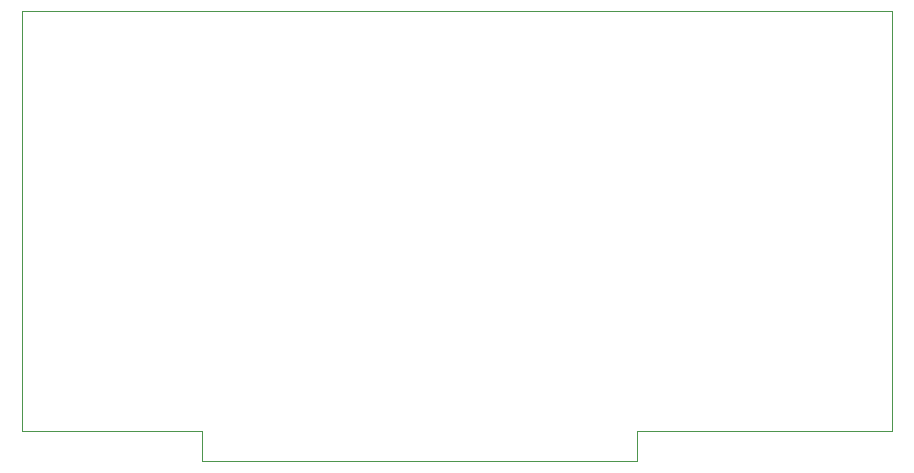
<source format=gbr>
%TF.GenerationSoftware,KiCad,Pcbnew,(5.1.6)-1*%
%TF.CreationDate,2020-07-21T19:36:40-05:00*%
%TF.ProjectId,AppleIIeCardYCable,4170706c-6549-4496-9543-617264594361,rev?*%
%TF.SameCoordinates,Original*%
%TF.FileFunction,Profile,NP*%
%FSLAX46Y46*%
G04 Gerber Fmt 4.6, Leading zero omitted, Abs format (unit mm)*
G04 Created by KiCad (PCBNEW (5.1.6)-1) date 2020-07-21 19:36:40*
%MOMM*%
%LPD*%
G01*
G04 APERTURE LIST*
%TA.AperFunction,Profile*%
%ADD10C,0.050000*%
%TD*%
G04 APERTURE END LIST*
D10*
X129540000Y-91440000D02*
X114300000Y-91440000D01*
X187960000Y-91440000D02*
X166370000Y-91440000D01*
X187960000Y-55880000D02*
X187960000Y-91440000D01*
X114300000Y-55880000D02*
X187960000Y-55880000D01*
X114300000Y-91440000D02*
X114300000Y-55880000D01*
X129540000Y-93980000D02*
X129540000Y-91440000D01*
X166370000Y-93980000D02*
X129540000Y-93980000D01*
X166370000Y-91440000D02*
X166370000Y-93980000D01*
M02*

</source>
